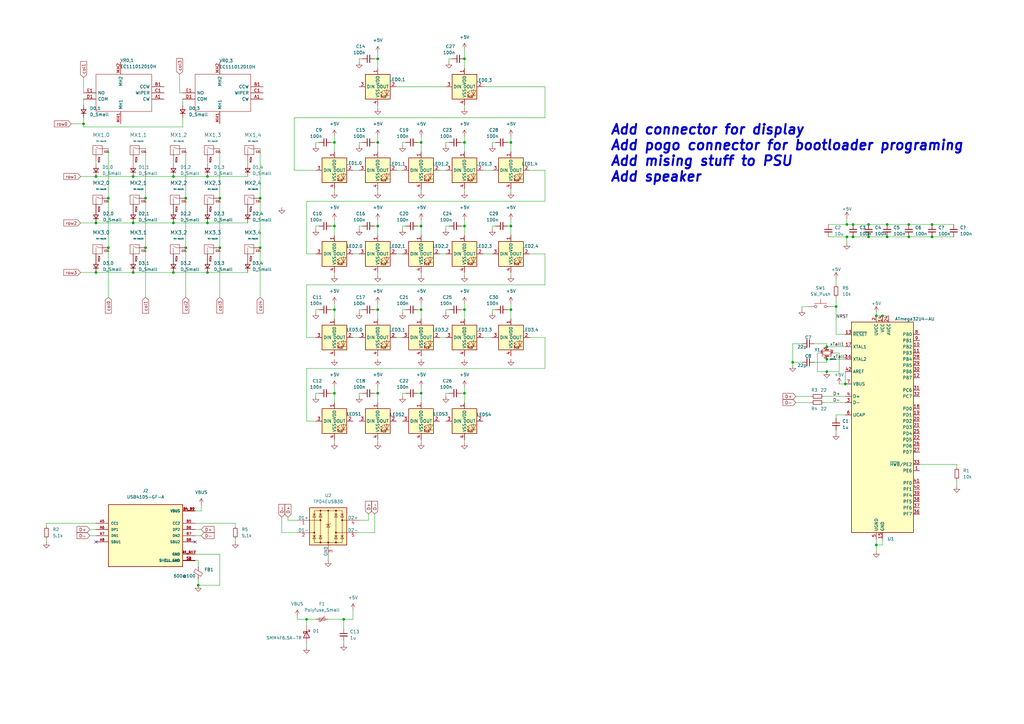
<source format=kicad_sch>
(kicad_sch (version 20211123) (generator eeschema)
  (paper "A3")
  (title_block (title "P9 Macro Pad") (date "2022-08-02") (company "Morza Design"))
  (junction (at 85.09 72.39))
  (junction (at 39.37 111.76))
  (junction (at 342.9 125.73))
  (junction (at 346.71 157.48))
  (junction (at 154.94 127))
  (junction (at 154.94 161.29))
  (junction (at 356.235 92.075))
  (junction (at 359.41 223.52))
  (junction (at 54.61 111.76))
  (junction (at 356.235 97.155))
  (junction (at 363.855 97.155))
  (junction (at 154.94 24.13))
  (junction (at 125.73 254))
  (junction (at 44.45 101.6))
  (junction (at 339.09 142.24))
  (junction (at 349.885 92.075))
  (junction (at 172.72 161.29))
  (junction (at 349.885 97.155))
  (junction (at 137.16 127))
  (junction (at 154.94 92.71))
  (junction (at 382.27 92.075))
  (junction (at 172.72 92.71))
  (junction (at 140.97 254))
  (junction (at 209.55 127))
  (junction (at 106.68 101.6))
  (junction (at 137.16 161.29))
  (junction (at 190.5 127))
  (junction (at 382.27 97.155))
  (junction (at 76.2 81.28))
  (junction (at 54.61 72.39))
  (junction (at 372.745 92.075))
  (junction (at 359.41 129.54))
  (junction (at 137.16 92.71))
  (junction (at 106.68 81.28))
  (junction (at 172.72 127))
  (junction (at 361.95 129.54))
  (junction (at 339.09 152.4))
  (junction (at 90.17 101.6))
  (junction (at 44.45 81.28))
  (junction (at 190.5 58.42))
  (junction (at 39.37 72.39))
  (junction (at 76.2 101.6))
  (junction (at 372.745 97.155))
  (junction (at 209.55 58.42))
  (junction (at 190.5 24.13))
  (junction (at 347.345 97.155))
  (junction (at 71.12 111.76))
  (junction (at 39.37 91.44))
  (junction (at 59.69 81.28))
  (junction (at 71.12 72.39))
  (junction (at 59.69 101.6))
  (junction (at 209.55 92.71))
  (junction (at 347.345 92.075))
  (junction (at 172.72 58.42))
  (junction (at 339.09 147.32))
  (junction (at 85.09 111.76))
  (junction (at 81.28 240.03))
  (junction (at 190.5 92.71))
  (junction (at 54.61 91.44))
  (junction (at 137.16 58.42))
  (junction (at 154.94 58.42))
  (junction (at 90.17 81.28))
  (junction (at 85.09 91.44))
  (junction (at 34.29 50.8))
  (junction (at 190.5 161.29))
  (junction (at 71.12 91.44))
  (junction (at 325.12 148.59))
  (junction (at 363.855 92.075))
  (no_connect (at 39.37 222.25))
  (no_connect (at 80.01 222.25))
  (wire (pts (xy 190.5 127) (xy 190.5 130.81)))
  (wire (pts (xy 121.92 254) (xy 125.73 254)))
  (wire (pts (xy 339.09 147.32) (xy 346.71 147.32)))
  (wire (pts (xy 129.54 161.29) (xy 129.54 162.56)))
  (wire (pts (xy 172.72 158.75) (xy 172.72 161.29)))
  (wire (pts (xy 182.88 161.29) (xy 182.88 162.56)))
  (wire (pts (xy 190.5 111.76) (xy 190.5 113.03)))
  (wire (pts (xy 71.12 72.39) (xy 85.09 72.39)))
  (wire (pts (xy 130.81 161.29) (xy 129.54 161.29)))
  (wire (pts (xy 74.93 52.07) (xy 74.93 48.26)))
  (wire (pts (xy 85.09 66.04) (xy 85.09 67.31)))
  (wire (pts (xy 36.83 217.17) (xy 39.37 217.17)))
  (wire (pts (xy 201.93 92.71) (xy 201.93 93.98)))
  (wire (pts (xy 80.01 214.63) (xy 96.52 214.63)))
  (wire (pts (xy 19.05 214.63) (xy 19.05 215.9)))
  (wire (pts (xy 339.09 148.59) (xy 339.09 147.32)))
  (wire (pts (xy 326.39 165.1) (xy 332.74 165.1)))
  (wire (pts (xy 171.45 58.42) (xy 172.72 58.42)))
  (wire (pts (xy 148.59 161.29) (xy 147.32 161.29)))
  (wire (pts (xy 144.78 250.19) (xy 144.78 254)))
  (wire (pts (xy 118.11 213.36) (xy 121.92 213.36)))
  (wire (pts (xy 356.235 97.155) (xy 356.235 95.885)))
  (wire (pts (xy 190.5 90.17) (xy 190.5 92.71)))
  (wire (pts (xy 162.56 69.85) (xy 165.1 69.85)))
  (wire (pts (xy 90.17 60.96) (xy 90.17 81.28)))
  (wire (pts (xy 347.345 89.535) (xy 347.345 92.075)))
  (wire (pts (xy 361.95 223.52) (xy 359.41 223.52)))
  (wire (pts (xy 372.745 97.155) (xy 382.27 97.155)))
  (wire (pts (xy 144.78 69.85) (xy 147.32 69.85)))
  (wire (pts (xy 76.2 81.28) (xy 76.2 101.6)))
  (wire (pts (xy 39.37 214.63) (xy 19.05 214.63)))
  (wire (pts (xy 342.9 114.3) (xy 342.9 116.84)))
  (wire (pts (xy 203.2 92.71) (xy 201.93 92.71)))
  (wire (pts (xy 54.61 72.39) (xy 71.12 72.39)))
  (wire (pts (xy 137.16 158.75) (xy 137.16 161.29)))
  (wire (pts (xy 335.28 144.78) (xy 335.28 152.4)))
  (wire (pts (xy 331.47 125.73) (xy 328.93 125.73)))
  (wire (pts (xy 190.5 158.75) (xy 190.5 161.29)))
  (wire (pts (xy 81.28 229.87) (xy 81.28 232.41)))
  (wire (pts (xy 349.885 97.155) (xy 356.235 97.155)))
  (wire (pts (xy 359.41 129.54) (xy 361.95 129.54)))
  (wire (pts (xy 208.28 58.42) (xy 209.55 58.42)))
  (wire (pts (xy 134.62 254) (xy 140.97 254)))
  (wire (pts (xy 201.93 58.42) (xy 201.93 59.69)))
  (wire (pts (xy 328.93 148.59) (xy 325.12 148.59)))
  (wire (pts (xy 137.16 58.42) (xy 137.16 62.23)))
  (wire (pts (xy 184.15 58.42) (xy 182.88 58.42)))
  (wire (pts (xy 223.52 138.43) (xy 223.52 151.13)))
  (wire (pts (xy 349.885 92.075) (xy 347.345 92.075)))
  (wire (pts (xy 39.37 91.44) (xy 54.61 91.44)))
  (wire (pts (xy 335.28 152.4) (xy 339.09 152.4)))
  (wire (pts (xy 34.29 52.07) (xy 74.93 52.07)))
  (wire (pts (xy 190.5 20.32) (xy 190.5 24.13)))
  (wire (pts (xy 189.23 161.29) (xy 190.5 161.29)))
  (wire (pts (xy 346.71 152.4) (xy 346.71 157.48)))
  (wire (pts (xy 147.32 213.36) (xy 151.13 213.36)))
  (wire (pts (xy 342.9 125.73) (xy 342.9 121.92)))
  (wire (pts (xy 201.93 127) (xy 201.93 128.27)))
  (wire (pts (xy 342.9 137.16) (xy 342.9 125.73)))
  (wire (pts (xy 90.17 81.28) (xy 90.17 101.6)))
  (wire (pts (xy 184.15 127) (xy 182.88 127)))
  (wire (pts (xy 172.72 55.88) (xy 172.72 58.42)))
  (wire (pts (xy 182.88 58.42) (xy 182.88 59.69)))
  (wire (pts (xy 325.12 148.59) (xy 325.12 149.86)))
  (wire (pts (xy 337.82 165.1) (xy 346.71 165.1)))
  (wire (pts (xy 209.55 77.47) (xy 209.55 78.74)))
  (wire (pts (xy 76.2 101.6) (xy 76.2 121.92)))
  (wire (pts (xy 29.21 50.8) (xy 34.29 50.8)))
  (wire (pts (xy 166.37 161.29) (xy 165.1 161.29)))
  (wire (pts (xy 106.68 60.96) (xy 106.68 81.28)))
  (wire (pts (xy 172.72 127) (xy 172.72 130.81)))
  (wire (pts (xy 80.01 209.55) (xy 82.55 209.55)))
  (wire (pts (xy 208.28 92.71) (xy 209.55 92.71)))
  (wire (pts (xy 80.01 229.87) (xy 81.28 229.87)))
  (wire (pts (xy 129.54 127) (xy 129.54 128.27)))
  (wire (pts (xy 356.235 92.075) (xy 363.855 92.075)))
  (wire (pts (xy 392.43 190.5) (xy 392.43 191.77)))
  (wire (pts (xy 217.17 104.14) (xy 223.52 104.14)))
  (wire (pts (xy 140.97 254) (xy 140.97 257.81)))
  (wire (pts (xy 147.32 58.42) (xy 147.32 59.69)))
  (wire (pts (xy 153.67 92.71) (xy 154.94 92.71)))
  (wire (pts (xy 190.5 55.88) (xy 190.5 58.42)))
  (wire (pts (xy 361.95 129.54) (xy 364.49 129.54)))
  (wire (pts (xy 363.855 97.155) (xy 356.235 97.155)))
  (wire (pts (xy 115.57 212.09) (xy 115.57 218.44)))
  (wire (pts (xy 203.2 58.42) (xy 201.93 58.42)))
  (wire (pts (xy 59.69 101.6) (xy 59.69 121.92)))
  (wire (pts (xy 85.09 72.39) (xy 101.6 72.39)))
  (wire (pts (xy 344.17 144.78) (xy 344.17 152.4)))
  (wire (pts (xy 130.81 127) (xy 129.54 127)))
  (wire (pts (xy 165.1 58.42) (xy 165.1 59.69)))
  (wire (pts (xy 209.55 90.17) (xy 209.55 92.71)))
  (wire (pts (xy 96.52 214.63) (xy 96.52 215.9)))
  (wire (pts (xy 190.5 124.46) (xy 190.5 127)))
  (wire (pts (xy 137.16 111.76) (xy 137.16 113.03)))
  (wire (pts (xy 130.81 92.71) (xy 129.54 92.71)))
  (wire (pts (xy 185.42 24.13) (xy 184.15 24.13)))
  (wire (pts (xy 339.725 92.075) (xy 347.345 92.075)))
  (wire (pts (xy 144.78 254) (xy 140.97 254)))
  (wire (pts (xy 135.89 161.29) (xy 137.16 161.29)))
  (wire (pts (xy 120.65 48.26) (xy 120.65 69.85)))
  (wire (pts (xy 328.93 125.73) (xy 328.93 127)))
  (wire (pts (xy 125.73 116.84) (xy 125.73 138.43)))
  (wire (pts (xy 154.94 55.88) (xy 154.94 58.42)))
  (wire (pts (xy 154.94 127) (xy 154.94 130.81)))
  (wire (pts (xy 153.67 24.13) (xy 154.94 24.13)))
  (wire (pts (xy 180.34 104.14) (xy 182.88 104.14)))
  (wire (pts (xy 349.885 92.075) (xy 356.235 92.075)))
  (wire (pts (xy 339.09 140.97) (xy 339.09 142.24)))
  (wire (pts (xy 96.52 220.98) (xy 96.52 222.25)))
  (wire (pts (xy 347.345 97.155) (xy 347.345 99.695)))
  (wire (pts (xy 148.59 24.13) (xy 147.32 24.13)))
  (wire (pts (xy 154.94 124.46) (xy 154.94 127)))
  (wire (pts (xy 33.02 111.76) (xy 39.37 111.76)))
  (wire (pts (xy 140.97 262.89) (xy 140.97 264.16)))
  (wire (pts (xy 34.29 48.26) (xy 34.29 50.8)))
  (wire (pts (xy 90.17 101.6) (xy 90.17 121.92)))
  (wire (pts (xy 392.43 196.85) (xy 392.43 199.39)))
  (wire (pts (xy 182.88 92.71) (xy 182.88 93.98)))
  (wire (pts (xy 147.32 161.29) (xy 147.32 162.56)))
  (wire (pts (xy 19.05 220.98) (xy 19.05 222.25)))
  (wire (pts (xy 223.52 35.56) (xy 223.52 48.26)))
  (wire (pts (xy 184.15 24.13) (xy 184.15 25.4)))
  (wire (pts (xy 172.72 92.71) (xy 172.72 96.52)))
  (wire (pts (xy 339.09 142.24) (xy 346.71 142.24)))
  (wire (pts (xy 137.16 127) (xy 137.16 130.81)))
  (wire (pts (xy 39.37 66.04) (xy 39.37 67.31)))
  (wire (pts (xy 377.19 190.5) (xy 392.43 190.5)))
  (wire (pts (xy 90.17 227.33) (xy 90.17 240.03)))
  (wire (pts (xy 190.5 24.13) (xy 190.5 27.94)))
  (wire (pts (xy 144.78 104.14) (xy 147.32 104.14)))
  (wire (pts (xy 363.855 97.155) (xy 372.745 97.155)))
  (wire (pts (xy 137.16 90.17) (xy 137.16 92.71)))
  (wire (pts (xy 54.61 91.44) (xy 71.12 91.44)))
  (wire (pts (xy 151.13 213.36) (xy 151.13 210.82)))
  (wire (pts (xy 184.15 92.71) (xy 182.88 92.71)))
  (wire (pts (xy 198.12 69.85) (xy 201.93 69.85)))
  (wire (pts (xy 154.94 158.75) (xy 154.94 161.29)))
  (wire (pts (xy 153.67 58.42) (xy 154.94 58.42)))
  (wire (pts (xy 344.17 157.48) (xy 346.71 157.48)))
  (wire (pts (xy 342.9 170.18) (xy 342.9 171.45)))
  (wire (pts (xy 198.12 138.43) (xy 201.93 138.43)))
  (wire (pts (xy 154.94 161.29) (xy 154.94 165.1)))
  (wire (pts (xy 162.56 104.14) (xy 165.1 104.14)))
  (wire (pts (xy 209.55 58.42) (xy 209.55 62.23)))
  (wire (pts (xy 172.72 90.17) (xy 172.72 92.71)))
  (wire (pts (xy 125.73 254) (xy 129.54 254)))
  (wire (pts (xy 190.5 180.34) (xy 190.5 181.61)))
  (wire (pts (xy 346.71 170.18) (xy 342.9 170.18)))
  (wire (pts (xy 190.5 58.42) (xy 190.5 62.23)))
  (wire (pts (xy 135.89 92.71) (xy 137.16 92.71)))
  (wire (pts (xy 44.45 81.28) (xy 44.45 101.6)))
  (wire (pts (xy 182.88 127) (xy 182.88 128.27)))
  (wire (pts (xy 166.37 127) (xy 165.1 127)))
  (wire (pts (xy 154.94 90.17) (xy 154.94 92.71)))
  (wire (pts (xy 137.16 77.47) (xy 137.16 78.74)))
  (wire (pts (xy 172.72 77.47) (xy 172.72 78.74)))
  (wire (pts (xy 54.61 111.76) (xy 71.12 111.76)))
  (wire (pts (xy 137.16 180.34) (xy 137.16 181.61)))
  (wire (pts (xy 382.27 92.075) (xy 391.16 92.075)))
  (wire (pts (xy 59.69 81.28) (xy 59.69 101.6)))
  (wire (pts (xy 154.94 77.47) (xy 154.94 78.74)))
  (wire (pts (xy 153.67 210.82) (xy 153.67 218.44)))
  (wire (pts (xy 203.2 127) (xy 201.93 127)))
  (wire (pts (xy 223.52 82.55) (xy 125.73 82.55)))
  (wire (pts (xy 125.73 104.14) (xy 129.54 104.14)))
  (wire (pts (xy 372.745 92.075) (xy 382.27 92.075)))
  (wire (pts (xy 153.67 161.29) (xy 154.94 161.29)))
  (wire (pts (xy 76.2 60.96) (xy 76.2 81.28)))
  (wire (pts (xy 154.94 24.13) (xy 154.94 27.94)))
  (wire (pts (xy 154.94 43.18) (xy 154.94 44.45)))
  (wire (pts (xy 85.09 91.44) (xy 101.6 91.44)))
  (wire (pts (xy 172.72 161.29) (xy 172.72 165.1)))
  (wire (pts (xy 71.12 91.44) (xy 85.09 91.44)))
  (wire (pts (xy 154.94 58.42) (xy 154.94 62.23)))
  (wire (pts (xy 71.12 111.76) (xy 85.09 111.76)))
  (wire (pts (xy 39.37 111.76) (xy 54.61 111.76)))
  (wire (pts (xy 106.68 101.6) (xy 106.68 121.92)))
  (wire (pts (xy 336.55 144.78) (xy 335.28 144.78)))
  (wire (pts (xy 223.52 69.85) (xy 223.52 82.55)))
  (wire (pts (xy 189.23 92.71) (xy 190.5 92.71)))
  (wire (pts (xy 361.95 220.98) (xy 361.95 223.52)))
  (wire (pts (xy 33.02 91.44) (xy 39.37 91.44)))
  (wire (pts (xy 144.78 138.43) (xy 147.32 138.43)))
  (wire (pts (xy 73.66 30.48) (xy 73.66 38.1)))
  (wire (pts (xy 71.12 66.04) (xy 71.12 67.31)))
  (wire (pts (xy 81.28 237.49) (xy 81.28 240.03)))
  (wire (pts (xy 54.61 66.04) (xy 54.61 67.31)))
  (wire (pts (xy 153.67 218.44) (xy 147.32 218.44)))
  (wire (pts (xy 33.02 72.39) (xy 39.37 72.39)))
  (wire (pts (xy 147.32 127) (xy 147.32 128.27)))
  (wire (pts (xy 334.01 140.97) (xy 339.09 140.97)))
  (wire (pts (xy 180.34 138.43) (xy 182.88 138.43)))
  (wire (pts (xy 81.28 240.03) (xy 90.17 240.03)))
  (wire (pts (xy 223.52 48.26) (xy 120.65 48.26)))
  (wire (pts (xy 346.71 137.16) (xy 342.9 137.16)))
  (wire (pts (xy 34.29 52.07) (xy 34.29 50.8)))
  (wire (pts (xy 217.17 69.85) (xy 223.52 69.85)))
  (wire (pts (xy 171.45 161.29) (xy 172.72 161.29)))
  (wire (pts (xy 135.89 127) (xy 137.16 127)))
  (wire (pts (xy 172.72 124.46) (xy 172.72 127)))
  (wire (pts (xy 209.55 124.46) (xy 209.55 127)))
  (wire (pts (xy 180.34 69.85) (xy 182.88 69.85)))
  (wire (pts (xy 325.12 140.97) (xy 325.12 148.59)))
  (wire (pts (xy 198.12 35.56) (xy 223.52 35.56)))
  (wire (pts (xy 74.93 43.18) (xy 74.93 40.64)))
  (wire (pts (xy 171.45 92.71) (xy 172.72 92.71)))
  (wire (pts (xy 148.59 127) (xy 147.32 127)))
  (wire (pts (xy 121.92 252.73) (xy 121.92 254)))
  (wire (pts (xy 120.65 69.85) (xy 129.54 69.85)))
  (wire (pts (xy 217.17 138.43) (xy 223.52 138.43)))
  (wire (pts (xy 328.93 140.97) (xy 325.12 140.97)))
  (wire (pts (xy 34.29 31.75) (xy 34.29 38.1)))
  (wire (pts (xy 44.45 60.96) (xy 44.45 81.28)))
  (wire (pts (xy 85.09 111.76) (xy 101.6 111.76)))
  (wire (pts (xy 189.23 127) (xy 190.5 127)))
  (wire (pts (xy 190.5 43.18) (xy 190.5 44.45)))
  (wire (pts (xy 118.11 212.09) (xy 118.11 213.36)))
  (wire (pts (xy 172.72 111.76) (xy 172.72 113.03)))
  (wire (pts (xy 106.68 81.28) (xy 106.68 101.6)))
  (wire (pts (xy 209.55 92.71) (xy 209.55 96.52)))
  (wire (pts (xy 154.94 111.76) (xy 154.94 113.03)))
  (wire (pts (xy 154.94 92.71) (xy 154.94 96.52)))
  (wire (pts (xy 154.94 180.34) (xy 154.94 181.61)))
  (wire (pts (xy 166.37 92.71) (xy 165.1 92.71)))
  (wire (pts (xy 101.6 66.04) (xy 101.6 67.31)))
  (wire (pts (xy 344.17 152.4) (xy 339.09 152.4)))
  (wire (pts (xy 359.41 223.52) (xy 359.41 226.06)))
  (wire (pts (xy 59.69 60.96) (xy 59.69 81.28)))
  (wire (pts (xy 190.5 161.29) (xy 190.5 165.1)))
  (wire (pts (xy 137.16 124.46) (xy 137.16 127)))
  (wire (pts (xy 165.1 127) (xy 165.1 128.27)))
  (wire (pts (xy 209.55 127) (xy 209.55 130.81)))
  (wire (pts (xy 135.89 58.42) (xy 137.16 58.42)))
  (wire (pts (xy 129.54 58.42) (xy 129.54 59.69)))
  (wire (pts (xy 125.73 82.55) (xy 125.73 104.14)))
  (wire (pts (xy 115.57 218.44) (xy 121.92 218.44)))
  (wire (pts (xy 208.28 127) (xy 209.55 127)))
  (wire (pts (xy 223.52 104.14) (xy 223.52 116.84)))
  (wire (pts (xy 339.725 97.155) (xy 347.345 97.155)))
  (wire (pts (xy 209.55 55.88) (xy 209.55 58.42)))
  (wire (pts (xy 73.66 38.1) (xy 74.93 38.1)))
  (wire (pts (xy 359.41 128.27) (xy 359.41 129.54)))
  (wire (pts (xy 39.37 72.39) (xy 54.61 72.39)))
  (wire (pts (xy 147.32 92.71) (xy 147.32 93.98)))
  (wire (pts (xy 326.39 162.56) (xy 332.74 162.56)))
  (wire (pts (xy 165.1 161.29) (xy 165.1 162.56)))
  (wire (pts (xy 198.12 104.14) (xy 201.93 104.14)))
  (wire (pts (xy 82.55 209.55) (xy 82.55 207.01)))
  (wire (pts (xy 36.83 219.71) (xy 39.37 219.71)))
  (wire (pts (xy 134.62 228.6) (xy 134.62 229.87)))
  (wire (pts (xy 125.73 138.43) (xy 129.54 138.43)))
  (wire (pts (xy 154.94 21.59) (xy 154.94 24.13)))
  (wire (pts (xy 172.72 58.42) (xy 172.72 62.23)))
  (wire (pts (xy 341.63 125.73) (xy 342.9 125.73)))
  (wire (pts (xy 342.9 176.53) (xy 342.9 177.8)))
  (wire (pts (xy 166.37 58.42) (xy 165.1 58.42)))
  (wire (pts (xy 363.855 92.075) (xy 372.745 92.075)))
  (wire (pts (xy 44.45 101.6) (xy 44.45 121.92)))
  (wire (pts (xy 337.82 162.56) (xy 346.71 162.56)))
  (wire (pts (xy 209.55 111.76) (xy 209.55 113.03)))
  (wire (pts (xy 223.52 151.13) (xy 125.73 151.13)))
  (wire (pts (xy 165.1 92.71) (xy 165.1 93.98)))
  (wire (pts (xy 382.27 97.155) (xy 391.16 97.155)))
  (wire (pts (xy 125.73 151.13) (xy 125.73 172.72)))
  (wire (pts (xy 162.56 35.56) (xy 182.88 35.56)))
  (wire (pts (xy 80.01 217.17) (xy 82.55 217.17)))
  (wire (pts (xy 125.73 172.72) (xy 129.54 172.72)))
  (wire (pts (xy 359.41 220.98) (xy 359.41 223.52)))
  (wire (pts (xy 223.52 116.84) (xy 125.73 116.84)))
  (wire (pts (xy 148.59 92.71) (xy 147.32 92.71)))
  (wire (pts (xy 171.45 127) (xy 172.72 127)))
  (wire (pts (xy 341.63 144.78) (xy 344.17 144.78)))
  (wire (pts (xy 172.72 180.34) (xy 172.72 181.61)))
  (wire (pts (xy 125.73 254) (xy 125.73 256.54)))
  (wire (pts (xy 34.29 43.18) (xy 34.29 40.64)))
  (wire (pts (xy 125.73 264.16) (xy 125.73 265.43)))
  (wire (pts (xy 148.59 58.42) (xy 147.32 58.42)))
  (wire (pts (xy 137.16 92.71) (xy 137.16 96.52)))
  (wire (pts (xy 129.54 92.71) (xy 129.54 93.98)))
  (wire (pts (xy 153.67 127) (xy 154.94 127)))
  (wire (pts (xy 80.01 227.33) (xy 90.17 227.33)))
  (wire (pts (xy 137.16 161.29) (xy 137.16 165.1)))
  (wire (pts (xy 349.885 97.155) (xy 347.345 97.155)))
  (wire (pts (xy 184.15 161.29) (xy 182.88 161.29)))
  (wire (pts (xy 189.23 58.42) (xy 190.5 58.42)))
  (wire (pts (xy 147.32 24.13) (xy 147.32 25.4)))
  (wire (pts (xy 130.81 58.42) (xy 129.54 58.42)))
  (wire (pts (xy 190.5 92.71) (xy 190.5 96.52)))
  (wire (pts (xy 137.16 55.88) (xy 137.16 58.42)))
  (wire (pts (xy 162.56 138.43) (xy 165.1 138.43)))
  (wire (pts (xy 80.01 219.71) (xy 82.55 219.71)))
  (wire (pts (xy 334.01 148.59) (xy 339.09 148.59)))
  (wire (pts (xy 190.5 77.47) (xy 190.5 78.74)))
  (text "Add connector for display\nAdd pogo connector for bootloader programing\nAdd mising stuff to PSU\nAdd speaker" (at 250.19 74.93 0) (effects (font (size 4 4) (thickness 0.8) bold italic) (justify left bottom)))
  (label "D-" (at 341.63 165.1 0))
  (label "NRST" (at 342.9 130.81 0))
  (label "xTall1" (at 340.36 142.24 0))
  (label "D+" (at 341.63 162.56 0))
  (label "xTall2" (at 341.63 147.32 0))
  (global_label "row0" (shape input) (at 29.21 50.8 180) (property "Intersheet References" "${INTERSHEET_REFS}" (effects hide)))
  (global_label "D-" (shape input) (at 326.39 165.1 180) (property "Intersheet References" "${INTERSHEET_REFS}" (effects hide)))
  (global_label "col0" (shape input) (at 44.45 121.92 270) (property "Intersheet References" "${INTERSHEET_REFS}" (effects hide)))
  (global_label "col4" (shape input) (at 106.68 121.92 270) (property "Intersheet References" "${INTERSHEET_REFS}" (effects hide)))
  (global_label "D-" (shape input) (at 115.57 212.09 90) (property "Intersheet References" "${INTERSHEET_REFS}" (effects hide)))
  (global_label "col1" (shape input) (at 34.29 31.75 90) (property "Intersheet References" "${INTERSHEET_REFS}" (effects hide)))
  (global_label "D+" (shape input) (at 36.83 217.17 180) (property "Intersheet References" "${INTERSHEET_REFS}" (effects hide)))
  (global_label "row1" (shape input) (at 33.02 72.39 180) (property "Intersheet References" "${INTERSHEET_REFS}" (effects hide)))
  (global_label "col3" (shape input) (at 73.66 30.48 90) (property "Intersheet References" "${INTERSHEET_REFS}" (effects hide)))
  (global_label "D-" (shape input) (at 82.55 219.71 0) (property "Intersheet References" "${INTERSHEET_REFS}" (effects hide)))
  (global_label "D-" (shape input) (at 153.67 210.82 90) (property "Intersheet References" "${INTERSHEET_REFS}" (effects hide)))
  (global_label "row2" (shape input) (at 33.02 91.44 180) (property "Intersheet References" "${INTERSHEET_REFS}" (effects hide)))
  (global_label "D+" (shape input) (at 151.13 210.82 90) (property "Intersheet References" "${INTERSHEET_REFS}" (effects hide)))
  (global_label "row3" (shape input) (at 33.02 111.76 180) (property "Intersheet References" "${INTERSHEET_REFS}" (effects hide)))
  (global_label "D+" (shape input) (at 82.55 217.17 0) (property "Intersheet References" "${INTERSHEET_REFS}" (effects hide)))
  (global_label "col2" (shape input) (at 76.2 121.92 270) (property "Intersheet References" "${INTERSHEET_REFS}" (effects hide)))
  (global_label "D-" (shape input) (at 36.83 219.71 180) (property "Intersheet References" "${INTERSHEET_REFS}" (effects hide)))
  (global_label "col3" (shape input) (at 90.17 121.92 270) (property "Intersheet References" "${INTERSHEET_REFS}" (effects hide)))
  (global_label "D+" (shape input) (at 326.39 162.56 180) (property "Intersheet References" "${INTERSHEET_REFS}" (effects hide)))
  (global_label "col1" (shape input) (at 59.69 121.92 270) (property "Intersheet References" "${INTERSHEET_REFS}" (effects hide)))
  (global_label "D+" (shape input) (at 118.11 212.09 90) (property "Intersheet References" "${INTERSHEET_REFS}" (effects hide)))
  (symbol (lib_id "USB4105-GF-A:USB4105-GF-A") (at 59.69 219.71 0) (unit 1)
    (property "Reference" "J2" (at 59.69 201.295 0))
    (property "Value" "USB4105-GF-A" (at 59.69 203.835 0))
    (property "Footprint" "USB4105-GF-A:GCT_USB4105-GF-A" (effects hide))
    (property "MANUFACTURER" "GCT" (effects hide))
    (property "STANDARD" "Manufacturer Recommendations" (effects hide))
    (property "MAXIMUM_PACKAGE_HEIGHT" "3.31 mm" (effects hide))
    (property "PARTREV" "A3" (effects hide))
  )
  (symbol (lib_id "MX_Alps_Hybrid:MX-NoLED") (at 86.36 82.55 0) (unit 1)
    (property "Reference" "MX2,3" (at 87.2456 75.057 0) (effects (font (size 1.524 1.524))))
    (property "Value" "MX-NoLED" (at 87.2456 77.597 0) (effects (font (size 0.508 0.508))))
    (property "Footprint" "MX_Only:MXOnly-1U-Hotswap-Antishear" (effects hide))
  )
  (symbol (lib_id "power:+5V") (at 190.5 20.32 0) (unit 1)
    (property "Reference" "#PWR0123" (effects hide))
    (property "Value" "+5V" (at 190.5 15.24 0))
  )
  (symbol (lib_id "marbastlib-mx:MX_SK6812MINI-E") (at 172.72 172.72 0) (unit 1)
    (property "Reference" "LEDS3" (at 180.721 169.799 0))
    (property "Value" "MX_SK6812MINI-E" (effects hide))
    (property "Footprint" "marbastlib-mx:LED_MX_6028R" (effects hide))
  )
  (symbol (lib_id "SamacSys_Parts:EC111012010H") (at 49.53 50.8 90) (unit 1)
    (property "Reference" "VR0,1" (at 49.3013 24.765 90) (effects (justify right)))
    (property "Value" "EC111012010H" (at 49.3013 27.305 90) (effects (justify right)))
    (property "Footprint" "SamacSys_Parts:EC111012010H" (effects hide))
    (property "Datasheet" "https://tech.alpsalpine.com/prod/e/html/encoder/incremental/ec11/ec111012010h.html" (effects hide))
    (property "Description" "Electromechanical Switch Self-Return Switch 0.01A 5VDC - Trays 11mm Size Metal Shaft Type EC11 Series" (effects hide))
    (property "Height" "25" (effects hide))
    (property "Mouser Part Number" "688-EC111012010H" (effects hide))
    (property "Mouser Price/Stock" "https://www.mouser.co.uk/ProductDetail/Alps-Alpine/EC111012010H?qs=YMSFtX0bdJDrbcKzFtERqA%3D%3D" (effects hide))
    (property "Manufacturer_Name" "ALPS Electric" (effects hide))
    (property "Manufacturer_Part_Number" "EC111012010H" (effects hide))
  )
  (symbol (lib_id "power:GND") (at 328.93 127 0) (unit 1)
    (property "Reference" "#PWR0110" (effects hide))
    (property "Value" "GND" (effects hide))
  )
  (symbol (lib_id "power:+5V") (at 137.16 90.17 0) (unit 1)
    (property "Reference" "#PWR0132" (effects hide))
    (property "Value" "+5V" (at 137.16 85.09 0))
  )
  (symbol (lib_id "Device:C_Small") (at 363.855 94.615 0) (unit 1)
    (property "Reference" "C5" (at 366.395 93.3512 0) (effects (justify left)))
    (property "Value" "100n" (at 366.395 95.8912 0) (effects (justify left)))
    (property "Footprint" "Capacitor_SMD:C_0805_2012Metric_Pad1.18x1.45mm_HandSolder" (effects hide))
  )
  (symbol (lib_id "Device:D_Small") (at 39.37 88.9 90) (unit 1)
    (property "Reference" "D2,0" (at 42.164 87.6299 90) (effects (justify right)))
    (property "Value" "D_Small" (at 42.164 90.1699 90) (effects (justify right)))
    (property "Footprint" "Diode_SMD:D_SOD-123" (effects hide))
  )
  (symbol (lib_id "power:GND") (at 325.12 149.86 0) (unit 1)
    (property "Reference" "#PWR0107" (effects hide))
    (property "Value" "GND" (effects hide))
  )
  (symbol (lib_id "power:GND") (at 165.1 59.69 0) (unit 1)
    (property "Reference" "#PWR0119" (effects hide))
    (property "Value" "GND" (effects hide))
  )
  (symbol (lib_id "power:GND") (at 342.9 177.8 0) (unit 1)
    (property "Reference" "#PWR0102" (effects hide))
    (property "Value" "GND" (effects hide))
  )
  (symbol (lib_id "Device:C_Small") (at 151.13 92.71 90) (unit 1)
    (property "Reference" "C16" (at 149.86 87.63 90) (effects (justify left)))
    (property "Value" "100n" (at 149.86 90.17 90) (effects (justify left)))
    (property "Footprint" "Capacitor_SMD:C_0805_2012Metric_Pad1.18x1.45mm_HandSolder" (effects hide))
  )
  (symbol (lib_id "power:GND") (at 19.05 222.25 0) (unit 1)
    (property "Reference" "#PWR0111" (effects hide))
    (property "Value" "GND" (effects hide))
  )
  (symbol (lib_id "power:GND") (at 190.5 147.32 0) (unit 1)
    (property "Reference" "#PWR0174" (effects hide))
    (property "Value" "GND" (effects hide))
  )
  (symbol (lib_id "Device:C_Small") (at 133.35 58.42 90) (unit 1)
    (property "Reference" "C9" (at 132.08 53.34 90) (effects (justify left)))
    (property "Value" "100n" (at 132.08 55.88 90) (effects (justify left)))
    (property "Footprint" "Capacitor_SMD:C_0805_2012Metric_Pad1.18x1.45mm_HandSolder" (effects hide))
  )
  (symbol (lib_id "Device:C_Small") (at 356.235 94.615 0) (unit 1)
    (property "Reference" "C4" (at 358.775 93.3512 0) (effects (justify left)))
    (property "Value" "100n" (at 358.775 95.8912 0) (effects (justify left)))
    (property "Footprint" "Capacitor_SMD:C_0805_2012Metric_Pad1.18x1.45mm_HandSolder" (effects hide))
  )
  (symbol (lib_id "power:GND") (at 154.94 113.03 0) (unit 1)
    (property "Reference" "#PWR0134" (effects hide))
    (property "Value" "GND" (effects hide))
  )
  (symbol (lib_id "power:+5V") (at 190.5 158.75 0) (unit 1)
    (property "Reference" "#PWR0166" (effects hide))
    (property "Value" "+5V" (at 190.5 153.67 0))
  )
  (symbol (lib_id "MX_Alps_Hybrid:MX-NoLED") (at 86.36 62.23 0) (unit 1)
    (property "Reference" "MX1,3" (at 87.2456 55.372 0) (effects (font (size 1.524 1.524))))
    (property "Value" "MX-NoLED" (at 87.2456 57.912 0) (effects (font (size 0.508 0.508))))
    (property "Footprint" "MX_Only:MXOnly-1U-Hotswap-Antishear" (effects hide))
  )
  (symbol (lib_id "Device:R_Small") (at 335.28 162.56 90) (unit 1)
    (property "Reference" "R3" (at 334.01 160.02 90))
    (property "Value" "22" (at 337.82 160.02 90))
    (property "Footprint" "Resistor_SMD:R_0805_2012Metric_Pad1.20x1.40mm_HandSolder" (effects hide))
  )
  (symbol (lib_id "Device:C_Small") (at 349.885 94.615 0) (unit 1)
    (property "Reference" "C3" (at 352.425 93.3512 0) (effects (justify left)))
    (property "Value" "100n" (at 352.425 95.8912 0) (effects (justify left)))
    (property "Footprint" "Capacitor_SMD:C_0805_2012Metric_Pad1.18x1.45mm_HandSolder" (effects hide))
  )
  (symbol (lib_id "Device:R_Small") (at 392.43 194.31 0) (unit 1)
    (property "Reference" "R1" (at 394.97 193.0399 0) (effects (justify left)))
    (property "Value" "10k" (at 394.97 195.5799 0) (effects (justify left)))
    (property "Footprint" "Resistor_SMD:R_0805_2012Metric_Pad1.20x1.40mm_HandSolder" (effects hide))
  )
  (symbol (lib_id "marbastlib-mx:MX_SK6812MINI-E") (at 154.94 35.56 0) (unit 1)
    (property "Reference" "LED0,1" (at 162.941 32.639 0))
    (property "Value" "MX_SK6812MINI-E" (effects hide))
    (property "Footprint" "marbastlib-mx:LED_MX_6028R" (effects hide))
  )
  (symbol (lib_id "power:GND") (at 172.72 78.74 0) (unit 1)
    (property "Reference" "#PWR0128" (effects hide))
    (property "Value" "GND" (effects hide))
  )
  (symbol (lib_id "Device:R_Small") (at 96.52 218.44 0) (unit 1)
    (property "Reference" "R5" (at 99.06 217.1699 0) (effects (justify left)))
    (property "Value" "5.1k" (at 99.06 219.7099 0) (effects (justify left)))
    (property "Footprint" "Resistor_SMD:R_0805_2012Metric_Pad1.20x1.40mm_HandSolder" (effects hide))
  )
  (symbol (lib_id "power:GND") (at 165.1 128.27 0) (unit 1)
    (property "Reference" "#PWR0176" (effects hide))
    (property "Value" "GND" (effects hide))
  )
  (symbol (lib_id "power:GND") (at 137.16 78.74 0) (unit 1)
    (property "Reference" "#PWR0131" (effects hide))
    (property "Value" "GND" (effects hide))
  )
  (symbol (lib_id "MX_Alps_Hybrid:MX-NoLED") (at 40.64 62.23 0) (unit 1)
    (property "Reference" "MX1,0" (at 41.5256 55.372 0) (effects (font (size 1.524 1.524))))
    (property "Value" "MX-NoLED" (at 41.5256 57.912 0) (effects (font (size 0.508 0.508))))
    (property "Footprint" "MX_Only:MXOnly-1U-Hotswap-Antishear" (effects hide))
  )
  (symbol (lib_id "power:+5V") (at 342.9 114.3 0) (unit 1)
    (property "Reference" "#PWR0109" (effects hide))
    (property "Value" "+5V" (at 342.9 110.49 0))
  )
  (symbol (lib_id "Device:C_Small") (at 168.91 92.71 90) (unit 1)
    (property "Reference" "C20" (at 167.64 87.63 90) (effects (justify left)))
    (property "Value" "100n" (at 167.64 90.17 90) (effects (justify left)))
    (property "Footprint" "Capacitor_SMD:C_0805_2012Metric_Pad1.18x1.45mm_HandSolder" (effects hide))
  )
  (symbol (lib_id "marbastlib-mx:MX_SK6812MINI-E") (at 190.5 104.14 0) (unit 1)
    (property "Reference" "LED2,3" (at 198.501 100.965 0))
    (property "Value" "MX_SK6812MINI-E" (effects hide))
    (property "Footprint" "marbastlib-mx:LED_MX_6028R" (effects hide))
  )
  (symbol (lib_id "power:+5V") (at 209.55 55.88 0) (unit 1)
    (property "Reference" "#PWR0145" (effects hide))
    (property "Value" "+5V" (at 209.55 50.8 0))
  )
  (symbol (lib_id "marbastlib-mx:MX_SK6812MINI-E") (at 172.72 69.85 0) (unit 1)
    (property "Reference" "LED1,2" (at 180.721 67.183 0))
    (property "Value" "MX_SK6812MINI-E" (effects hide))
    (property "Footprint" "marbastlib-mx:LED_MX_6028R" (effects hide))
  )
  (symbol (lib_id "marbastlib-mx:MX_SK6812MINI-E") (at 154.94 138.43 0) (unit 1)
    (property "Reference" "LED3,1" (at 162.941 135.255 0))
    (property "Value" "MX_SK6812MINI-E" (effects hide))
    (property "Footprint" "marbastlib-mx:LED_MX_6028R" (effects hide))
  )
  (symbol (lib_id "power:GND") (at 190.5 44.45 0) (unit 1)
    (property "Reference" "#PWR0122" (effects hide))
    (property "Value" "GND" (effects hide))
  )
  (symbol (lib_id "power:GND") (at 137.16 181.61 0) (unit 1)
    (property "Reference" "#PWR0171" (effects hide))
    (property "Value" "GND" (effects hide))
  )
  (symbol (lib_id "Power_Protection:TPD4EUSB30") (at 134.62 215.9 0) (unit 1)
    (property "Reference" "U2" (at 134.62 203.2 0))
    (property "Value" "TPD4EUSB30" (at 134.62 205.74 0))
    (property "Footprint" "Package_SON:USON-10_2.5x1.0mm_P0.5mm" (effects hide))
    (property "Datasheet" "http://www.ti.com/lit/ds/symlink/tpd2eusb30a.pdf" (effects hide))
  )
  (symbol (lib_id "Device:D_Small") (at 71.12 88.9 90) (unit 1)
    (property "Reference" "D2,2" (at 73.914 87.6299 90) (effects (justify right)))
    (property "Value" "D_Small" (at 73.914 90.1699 90) (effects (justify right)))
    (property "Footprint" "Diode_SMD:D_SOD-123" (effects hide))
  )
  (symbol (lib_id "marbastlib-mx:MX_SK6812MINI-E") (at 209.55 138.43 0) (unit 1)
    (property "Reference" "LED3,4" (at 217.551 135.255 0))
    (property "Value" "MX_SK6812MINI-E" (effects hide))
    (property "Footprint" "marbastlib-mx:LED_MX_6028R" (effects hide))
  )
  (symbol (lib_id "Device:D_Small") (at 71.12 109.22 90) (unit 1)
    (property "Reference" "D3.2" (at 73.914 107.9499 90) (effects (justify right)))
    (property "Value" "D_Small" (at 73.914 110.4899 90) (effects (justify right)))
    (property "Footprint" "Diode_SMD:D_SOD-123" (effects hide))
  )
  (symbol (lib_id "Device:D_Small") (at 85.09 109.22 90) (unit 1)
    (property "Reference" "D3,3" (at 87.63 107.9499 90) (effects (justify right)))
    (property "Value" "D_Small" (at 87.63 110.4899 90) (effects (justify right)))
    (property "Footprint" "Diode_SMD:D_SOD-123" (effects hide))
  )
  (symbol (lib_id "power:+5V") (at 154.94 124.46 0) (unit 1)
    (property "Reference" "#PWR0148" (effects hide))
    (property "Value" "+5V" (at 154.94 119.38 0))
  )
  (symbol (lib_id "power:GND") (at 172.72 113.03 0) (unit 1)
    (property "Reference" "#PWR0126" (effects hide))
    (property "Value" "GND" (effects hide))
  )
  (symbol (lib_id "power:+5V") (at 154.94 21.59 0) (unit 1)
    (property "Reference" "#PWR09" (effects hide))
    (property "Value" "+5V" (at 154.94 16.51 0))
  )
  (symbol (lib_id "power:GND") (at 96.52 222.25 0) (unit 1)
    (property "Reference" "#PWR0112" (effects hide))
    (property "Value" "GND" (effects hide))
  )
  (symbol (lib_id "power:GND") (at 182.88 128.27 0) (unit 1)
    (property "Reference" "#PWR0154" (effects hide))
    (property "Value" "GND" (effects hide))
  )
  (symbol (lib_id "power:GND") (at 172.72 181.61 0) (unit 1)
    (property "Reference" "#PWR0168" (effects hide))
    (property "Value" "GND" (effects hide))
  )
  (symbol (lib_id "Device:C_Small") (at 205.74 127 90) (unit 1)
    (property "Reference" "C30" (at 204.47 121.92 90) (effects (justify left)))
    (property "Value" "100n" (at 204.47 124.46 90) (effects (justify left)))
    (property "Footprint" "Capacitor_SMD:C_0805_2012Metric_Pad1.18x1.45mm_HandSolder" (effects hide))
  )
  (symbol (lib_id "power:GND") (at 140.97 264.16 0) (unit 1)
    (property "Reference" "#PWR0159" (effects hide))
    (property "Value" "GND" (effects hide))
  )
  (symbol (lib_id "marbastlib-mx:MX_SK6812MINI-E") (at 209.55 69.85 0) (unit 1)
    (property "Reference" "LED1,4" (at 217.297 67.183 0))
    (property "Value" "MX_SK6812MINI-E" (effects hide))
    (property "Footprint" "marbastlib-mx:LED_MX_6028R" (effects hide))
  )
  (symbol (lib_id "power:+5V") (at 209.55 90.17 0) (unit 1)
    (property "Reference" "#PWR0139" (effects hide))
    (property "Value" "+5V" (at 209.55 85.09 0))
  )
  (symbol (lib_id "power:GND") (at 81.28 240.03 0) (unit 1)
    (property "Reference" "#PWR0164" (effects hide))
    (property "Value" "GND" (effects hide))
  )
  (symbol (lib_id "Device:Polyfuse_Small") (at 132.08 254 270) (unit 1)
    (property "Reference" "F1" (at 132.08 247.65 90))
    (property "Value" "Polyfuse_Small" (at 132.08 250.19 90))
    (property "Footprint" "0ZCJ0050AF2E:RESC3216X125N" (effects hide))
  )
  (symbol (lib_id "power:GND") (at 201.93 93.98 0) (unit 1)
    (property "Reference" "#PWR0141" (effects hide))
    (property "Value" "GND" (effects hide))
  )
  (symbol (lib_id "power:GND") (at 129.54 93.98 0) (unit 1)
    (property "Reference" "#PWR0130" (effects hide))
    (property "Value" "GND" (effects hide))
  )
  (symbol (lib_id "Device:C_Small") (at 187.96 24.13 90) (unit 1)
    (property "Reference" "C27" (at 186.69 19.05 90) (effects (justify left)))
    (property "Value" "100n" (at 186.69 21.59 90) (effects (justify left)))
    (property "Footprint" "Capacitor_SMD:C_0805_2012Metric_Pad1.18x1.45mm_HandSolder" (effects hide))
  )
  (symbol (lib_id "Device:C_Small") (at 382.27 94.615 0) (unit 1)
    (property "Reference" "C?" (at 384.81 93.3512 0) (effects (justify left)))
    (property "Value" "100n" (at 384.81 95.8912 0) (effects (justify left)))
    (property "Footprint" "Capacitor_SMD:C_0805_2012Metric_Pad1.18x1.45mm_HandSolder" (effects hide))
  )
  (symbol (lib_id "Device:C_Small") (at 151.13 161.29 90) (unit 1)
    (property "Reference" "C18" (at 149.86 156.21 90) (effects (justify left)))
    (property "Value" "100n" (at 149.86 158.75 90) (effects (justify left)))
    (property "Footprint" "Capacitor_SMD:C_0805_2012Metric_Pad1.18x1.45mm_HandSolder" (effects hide))
  )
  (symbol (lib_id "Device:C_Small") (at 372.745 94.615 0) (unit 1)
    (property "Reference" "C6" (at 375.285 93.3512 0) (effects (justify left)))
    (property "Value" "100n" (at 375.285 95.8912 0) (effects (justify left)))
    (property "Footprint" "Capacitor_SMD:C_0805_2012Metric_Pad1.18x1.45mm_HandSolder" (effects hide))
  )
  (symbol (lib_id "power:VBUS") (at 121.92 252.73 0) (unit 1)
    (property "Reference" "#PWR0161" (effects hide))
    (property "Value" "VBUS" (at 121.92 247.65 0))
  )
  (symbol (lib_id "Device:R_Small") (at 335.28 165.1 90) (unit 1)
    (property "Reference" "R4" (at 334.01 167.64 90))
    (property "Value" "22" (at 337.82 167.64 90))
    (property "Footprint" "Resistor_SMD:R_0805_2012Metric_Pad1.20x1.40mm_HandSolder" (effects hide))
  )
  (symbol (lib_id "Device:C_Small") (at 186.69 127 90) (unit 1)
    (property "Reference" "C25" (at 185.42 121.92 90) (effects (justify left)))
    (property "Value" "100n" (at 185.42 124.46 90) (effects (justify left)))
    (property "Footprint" "Capacitor_SMD:C_0805_2012Metric_Pad1.18x1.45mm_HandSolder" (effects hide))
  )
  (symbol (lib_id "power:GND") (at 190.5 78.74 0) (unit 1)
    (property "Reference" "#PWR0140" (effects hide))
    (property "Value" "GND" (effects hide))
  )
  (symbol (lib_id "Device:C_Small") (at 168.91 127 90) (unit 1)
    (property "Reference" "C21" (at 167.64 121.92 90) (effects (justify left)))
    (property "Value" "100n" (at 167.64 124.46 90) (effects (justify left)))
    (property "Footprint" "Capacitor_SMD:C_0805_2012Metric_Pad1.18x1.45mm_HandSolder" (effects hide))
  )
  (symbol (lib_id "power:GND") (at 154.94 147.32 0) (unit 1)
    (property "Reference" "#PWR0152" (effects hide))
    (property "Value" "GND" (effects hide))
  )
  (symbol (lib_id "power:GND") (at 147.32 128.27 0) (unit 1)
    (property "Reference" "#PWR0147" (effects hide))
    (property "Value" "GND" (effects hide))
  )
  (symbol (lib_id "Device:C_Small") (at 133.35 161.29 90) (unit 1)
    (property "Reference" "C12" (at 132.08 156.21 90) (effects (justify left)))
    (property "Value" "100n" (at 132.08 158.75 90) (effects (justify left)))
    (property "Footprint" "Capacitor_SMD:C_0805_2012Metric_Pad1.18x1.45mm_HandSolder" (effects hide))
  )
  (symbol (lib_id "MX_Alps_Hybrid:MX-NoLED") (at 72.39 102.87 0) (unit 1)
    (property "Reference" "MX3,2" (at 73.2756 95.377 0) (effects (font (size 1.524 1.524))))
    (property "Value" "MX-NoLED" (at 73.2756 97.917 0) (effects (font (size 0.508 0.508))))
    (property "Footprint" "MX_Only:MXOnly-1U-Hotswap-Antishear" (effects hide))
  )
  (symbol (lib_id "power:GND") (at 125.73 265.43 0) (unit 1)
    (property "Reference" "#PWR0162" (effects hide))
    (property "Value" "GND" (effects hide))
  )
  (symbol (lib_id "Device:D_Small") (at 54.61 88.9 90) (unit 1)
    (property "Reference" "D2,1" (at 56.769 87.6299 90) (effects (justify right)))
    (property "Value" "D_Small" (at 56.769 90.1699 90) (effects (justify right)))
    (property "Footprint" "Diode_SMD:D_SOD-123" (effects hide))
  )
  (symbol (lib_id "Device:C_Small") (at 186.69 161.29 90) (unit 1)
    (property "Reference" "C26" (at 185.42 156.21 90) (effects (justify left)))
    (property "Value" "100n" (at 185.42 158.75 90) (effects (justify left)))
    (property "Footprint" "Capacitor_SMD:C_0805_2012Metric_Pad1.18x1.45mm_HandSolder" (effects hide))
  )
  (symbol (lib_id "Switch:SW_Push") (at 336.55 125.73 0) (unit 1)
    (property "Reference" "SW1" (at 336.55 118.11 0))
    (property "Value" "SW_Push" (at 336.55 120.65 0))
    (property "Footprint" "PTS525SM15SMTR2LFS:SW_PTS525SM15SMTR2LFS" (effects hide))
  )
  (symbol (lib_id "MCU_Microchip_ATmega:ATmega32U4-A") (at 361.95 175.26 0) (unit 1)
    (property "Reference" "U1" (at 363.9694 220.98 0) (effects (justify left)))
    (property "Value" "ATmega32U4-AU" (at 367.03 130.81 0) (effects (justify left)))
    (property "Footprint" "Package_QFP:TQFP-44_10x10mm_P0.8mm" (effects hide))
    (property "Datasheet" "http://ww1.microchip.com/downloads/en/DeviceDoc/Atmel-7766-8-bit-AVR-ATmega16U4-32U4_Datasheet.pdf" (effects hide))
  )
  (symbol (lib_id "Device:C_Small") (at 168.91 161.29 90) (unit 1)
    (property "Reference" "C22" (at 167.64 156.21 90) (effects (justify left)))
    (property "Value" "100n" (at 167.64 158.75 90) (effects (justify left)))
    (property "Footprint" "Capacitor_SMD:C_0805_2012Metric_Pad1.18x1.45mm_HandSolder" (effects hide))
  )
  (symbol (lib_id "marbastlib-mx:MX_SK6812MINI-E") (at 190.5 138.43 0) (unit 1)
    (property "Reference" "LED3,3" (at 198.501 135.255 0))
    (property "Value" "MX_SK6812MINI-E" (effects hide))
    (property "Footprint" "marbastlib-mx:LED_MX_6028R" (effects hide))
  )
  (symbol (lib_id "power:+5V") (at 154.94 158.75 0) (unit 1)
    (property "Reference" "#PWR0153" (effects hide))
    (property "Value" "+5V" (at 154.94 153.67 0))
  )
  (symbol (lib_id "marbastlib-mx:MX_SK6812MINI-E") (at 137.16 172.72 0) (unit 1)
    (property "Reference" "LEDS1" (at 145.161 169.799 0))
    (property "Value" "MX_SK6812MINI-E" (effects hide))
    (property "Footprint" "marbastlib-mx:LED_MX_6028R" (effects hide))
  )
  (symbol (lib_id "Device:D_Small") (at 54.61 69.85 90) (unit 1)
    (property "Reference" "D1,1" (at 56.769 68.5799 90) (effects (justify right)))
    (property "Value" "D_Small" (at 56.769 71.1199 90) (effects (justify right)))
    (property "Footprint" "Diode_SMD:D_SOD-123" (effects hide))
  )
  (symbol (lib_id "Device:D_Small") (at 101.6 69.85 90) (unit 1)
    (property "Reference" "D1,4" (at 103.505 68.5799 90) (effects (justify right)))
    (property "Value" "D_Small" (at 103.505 71.1199 90) (effects (justify right)))
    (property "Footprint" "Diode_SMD:D_SOD-123" (effects hide))
  )
  (symbol (lib_id "Device:D_Small") (at 85.09 88.9 90) (unit 1)
    (property "Reference" "D2,3" (at 87.63 87.6299 90) (effects (justify right)))
    (property "Value" "D_Small" (at 87.63 90.1699 90) (effects (justify right)))
    (property "Footprint" "Diode_SMD:D_SOD-123" (effects hide))
  )
  (symbol (lib_id "MX_Alps_Hybrid:MX-NoLED") (at 102.87 102.87 0) (unit 1)
    (property "Reference" "MX3,4" (at 103.7556 95.377 0) (effects (font (size 1.524 1.524))))
    (property "Value" "MX-NoLED" (at 103.7556 97.917 0) (effects (font (size 0.508 0.508))))
    (property "Footprint" "MX_Only:MXOnly-1U-Hotswap-Antishear" (effects hide))
  )
  (symbol (lib_id "MX_Alps_Hybrid:MX-NoLED") (at 55.88 82.55 0) (unit 1)
    (property "Reference" "MX2,1" (at 56.7656 75.057 0) (effects (font (size 1.524 1.524))))
    (property "Value" "MX-NoLED" (at 56.7656 77.597 0) (effects (font (size 0.508 0.508))))
    (property "Footprint" "MX_Only:MXOnly-1U-Hotswap-Antishear" (effects hide))
  )
  (symbol (lib_id "power:GND") (at 392.43 199.39 0) (unit 1)
    (property "Reference" "#PWR0106" (effects hide))
    (property "Value" "GND" (effects hide))
  )
  (symbol (lib_id "power:GND") (at 172.72 147.32 0) (unit 1)
    (property "Reference" "#PWR0149" (effects hide))
    (property "Value" "GND" (effects hide))
  )
  (symbol (lib_id "Device:C_Small") (at 140.97 260.35 0) (unit 1)
    (property "Reference" "C13" (at 143.51 259.0862 0) (effects (justify left)))
    (property "Value" "1u" (at 143.51 261.6262 0) (effects (justify left)))
    (property "Footprint" "Capacitor_SMD:C_0805_2012Metric_Pad1.18x1.45mm_HandSolder" (effects hide))
  )
  (symbol (lib_id "MX_Alps_Hybrid:MX-NoLED") (at 55.88 62.23 0) (unit 1)
    (property "Reference" "MX1,1" (at 56.7656 55.372 0) (effects (font (size 1.524 1.524))))
    (property "Value" "MX-NoLED" (at 56.7656 57.912 0) (effects (font (size 0.508 0.508))))
    (property "Footprint" "MX_Only:MXOnly-1U-Hotswap-Antishear" (effects hide))
  )
  (symbol (lib_id "power:GND") (at 347.345 99.695 0) (unit 1)
    (property "Reference" "#PWR0104" (effects hide))
    (property "Value" "GND" (effects hide))
  )
  (symbol (lib_id "Device:D_Schottky") (at 125.73 260.35 270) (unit 1)
    (property "Reference" "D1" (at 128.27 258.7624 90) (effects (justify left)))
    (property "Value" "SMM4F6.5A-TR" (at 109.22 261.62 90) (effects (justify left)))
  )
  (symbol (lib_id "power:GND") (at 182.88 162.56 0) (unit 1)
    (property "Reference" "#PWR0165" (effects hide))
    (property "Value" "GND" (effects hide))
  )
  (symbol (lib_id "marbastlib-mx:MX_SK6812MINI-E") (at 154.94 104.14 0) (unit 1)
    (property "Reference" "LED2,1" (at 162.941 100.965 0))
    (property "Value" "MX_SK6812MINI-E" (effects hide))
    (property "Footprint" "marbastlib-mx:LED_MX_6028R" (effects hide))
  )
  (symbol (lib_id "power:+5V") (at 137.16 55.88 0) (unit 1)
    (property "Reference" "#PWR0113" (effects hide))
    (property "Value" "+5V" (at 137.16 50.8 0))
  )
  (symbol (lib_id "Device:C_Small") (at 168.91 58.42 90) (unit 1)
    (property "Reference" "C19" (at 167.64 53.34 90) (effects (justify left)))
    (property "Value" "100n" (at 167.64 55.88 90) (effects (justify left)))
    (property "Footprint" "Capacitor_SMD:C_0805_2012Metric_Pad1.18x1.45mm_HandSolder" (effects hide))
  )
  (symbol (lib_id "power:+5V") (at 190.5 55.88 0) (unit 1)
    (property "Reference" "#PWR0121" (effects hide))
    (property "Value" "+5V" (at 190.5 50.8 0))
  )
  (symbol (lib_id "Device:D_Small") (at 74.93 45.72 90) (unit 1)
    (property "Reference" "D0,3" (at 77.47 44.4499 90) (effects (justify right)))
    (property "Value" "D_Small" (at 77.47 46.9899 90) (effects (justify right)))
    (property "Footprint" "Diode_SMD:D_SOD-123" (effects hide))
  )
  (symbol (lib_id "marbastlib-mx:MX_SK6812MINI-E") (at 137.16 104.14 0) (unit 1)
    (property "Reference" "LED2,0" (at 145.415 100.965 0))
    (property "Value" "MX_SK6812MINI-E" (effects hide))
    (property "Footprint" "marbastlib-mx:LED_MX_6028R" (effects hide))
  )
  (symbol (lib_id "Device:D_Small") (at 39.37 109.22 90) (unit 1)
    (property "Reference" "D3,0" (at 42.164 107.9499 90) (effects (justify right)))
    (property "Value" "D_Small" (at 42.164 110.4899 90) (effects (justify right)))
    (property "Footprint" "Diode_SMD:D_SOD-123" (effects hide))
  )
  (symbol (lib_id "power:GND") (at 154.94 44.45 0) (unit 1)
    (property "Reference" "#PWR03" (effects hide))
    (property "Value" "GND" (effects hide))
  )
  (symbol (lib_id "marbastlib-mx:MX_SK6812MINI-E") (at 190.5 35.56 0) (unit 1)
    (property "Reference" "LED0,3" (at 198.501 32.893 0))
    (property "Value" "MX_SK6812MINI-E" (effects hide))
    (property "Footprint" "marbastlib-mx:LED_MX_6028R" (effects hide))
  )
  (symbol (lib_id "power:GND") (at 182.88 59.69 0) (unit 1)
    (property "Reference" "#PWR0120" (effects hide))
    (property "Value" "GND" (effects hide))
  )
  (symbol (lib_id "SamacSys_Parts:EC111012010H") (at 90.17 50.8 90) (unit 1)
    (property "Reference" "VR0,3" (at 89.9413 24.892 90) (effects (justify right)))
    (property "Value" "EC111012010H" (at 89.9413 27.432 90) (effects (justify right)))
    (property "Footprint" "SamacSys_Parts:EC111012010H" (effects hide))
    (property "Datasheet" "https://tech.alpsalpine.com/prod/e/html/encoder/incremental/ec11/ec111012010h.html" (effects hide))
    (property "Description" "Electromechanical Switch Self-Return Switch 0.01A 5VDC - Trays 11mm Size Metal Shaft Type EC11 Series" (effects hide))
    (property "Height" "25" (effects hide))
    (property "Mouser Part Number" "688-EC111012010H" (effects hide))
    (property "Mouser Price/Stock" "https://www.mouser.co.uk/ProductDetail/Alps-Alpine/EC111012010H?qs=YMSFtX0bdJDrbcKzFtERqA%3D%3D" (effects hide))
    (property "Manufacturer_Name" "ALPS Electric" (effects hide))
    (property "Manufacturer_Part_Number" "EC111012010H" (effects hide))
  )
  (symbol (lib_id "power:+5V") (at 172.72 158.75 0) (unit 1)
    (property "Reference" "#PWR0150" (effects hide))
    (property "Value" "+5V" (at 172.72 153.67 0))
  )
  (symbol (lib_id "Device:C_Small") (at 339.725 94.615 0) (unit 1)
    (property "Reference" "C2" (at 342.265 93.3512 0) (effects (justify left)))
    (property "Value" "10u" (at 342.265 95.8912 0) (effects (justify left)))
    (property "Footprint" "Capacitor_SMD:C_0805_2012Metric_Pad1.18x1.45mm_HandSolder" (effects hide))
  )
  (symbol (lib_id "Device:C_Small") (at 186.69 92.71 90) (unit 1)
    (property "Reference" "C24" (at 185.42 87.63 90) (effects (justify left)))
    (property "Value" "100n" (at 185.42 90.17 90) (effects (justify left)))
    (property "Footprint" "Capacitor_SMD:C_0805_2012Metric_Pad1.18x1.45mm_HandSolder" (effects hide))
  )
  (symbol (lib_id "power:+5V") (at 137.16 158.75 0) (unit 1)
    (property "Reference" "#PWR0151" (effects hide))
    (property "Value" "+5V" (at 137.16 153.67 0))
  )
  (symbol (lib_id "power:GND") (at 137.16 147.32 0) (unit 1)
    (property "Reference" "#PWR06" (effects hide))
    (property "Value" "GND" (effects hide))
  )
  (symbol (lib_id "Device:FerriteBead_Small") (at 81.28 234.95 0) (unit 1)
    (property "Reference" "FB1" (at 83.82 233.6418 0) (effects (justify left)))
    (property "Value" "600@100" (at 71.12 236.22 0) (effects (justify left)))
  )
  (symbol (lib_id "Device:R_Small") (at 19.05 218.44 0) (unit 1)
    (property "Reference" "R2" (at 21.59 217.1699 0) (effects (justify left)))
    (property "Value" "5.1k" (at 21.59 219.7099 0) (effects (justify left)))
    (property "Footprint" "Resistor_SMD:R_0805_2012Metric_Pad1.20x1.40mm_HandSolder" (effects hide))
  )
  (symbol (lib_id "MX_Alps_Hybrid:MX-NoLED") (at 40.64 102.87 0) (unit 1)
    (property "Reference" "MX3,0" (at 41.5256 95.377 0) (effects (font (size 1.524 1.524))))
    (property "Value" "MX-NoLED" (at 41.5256 97.917 0) (effects (font (size 0.508 0.508))))
    (property "Footprint" "MX_Only:MXOnly-1U-Hotswap-Antishear" (effects hide))
  )
  (symbol (lib_id "Device:D_Small") (at 71.12 69.85 90) (unit 1)
    (property "Reference" "D1,2" (at 73.914 68.5799 90) (effects (justify right)))
    (property "Value" "D_Small" (at 73.914 71.1199 90) (effects (justify right)))
    (property "Footprint" "Diode_SMD:D_SOD-123" (effects hide))
  )
  (symbol (lib_id "power:GND") (at 147.32 25.4 0) (unit 1)
    (property "Reference" "#PWR0118" (effects hide))
    (property "Value" "GND" (effects hide))
  )
  (symbol (lib_id "power:GND") (at 129.54 128.27 0) (unit 1)
    (property "Reference" "#PWR0156" (effects hide))
    (property "Value" "GND" (effects hide))
  )
  (symbol (lib_id "power:+5V") (at 154.94 55.88 0) (unit 1)
    (property "Reference" "#PWR0117" (effects hide))
    (property "Value" "+5V" (at 154.94 50.8 0))
  )
  (symbol (lib_id "marbastlib-mx:MX_SK6812MINI-E") (at 172.72 138.43 0) (unit 1)
    (property "Reference" "LED3,2" (at 180.721 135.255 0))
    (property "Value" "MX_SK6812MINI-E" (effects hide))
    (property "Footprint" "marbastlib-mx:LED_MX_6028R" (effects hide))
  )
  (symbol (lib_id "power:+5V") (at 347.345 89.535 0) (unit 1)
    (property "Reference" "#PWR0105" (effects hide))
    (property "Value" "+5V" (at 347.345 85.725 0))
  )
  (symbol (lib_id "Device:C_Small") (at 331.47 140.97 270) (unit 1)
    (property "Reference" "C7" (at 331.47 138.43 90))
    (property "Value" "22p" (at 328.93 142.24 90))
    (property "Footprint" "Capacitor_SMD:C_0805_2012Metric_Pad1.18x1.45mm_HandSolder" (effects hide))
  )
  (symbol (lib_id "MX_Alps_Hybrid:MX-NoLED") (at 72.39 82.55 0) (unit 1)
    (property "Reference" "MX2,2" (at 73.2756 75.057 0) (effects (font (size 1.524 1.524))))
    (property "Value" "MX-NoLED" (at 73.2756 77.597 0) (effects (font (size 0.508 0.508))))
    (property "Footprint" "MX_Only:MXOnly-1U-Hotswap-Antishear" (effects hide))
  )
  (symbol (lib_id "Device:D_Small") (at 54.61 109.22 90) (unit 1)
    (property "Reference" "D3,1" (at 56.769 107.9499 90) (effects (justify right)))
    (property "Value" "D_Small" (at 56.769 110.4899 90) (effects (justify right)))
    (property "Footprint" "Diode_SMD:D_SOD-123" (effects hide))
  )
  (symbol (lib_id "Device:C_Small") (at 205.74 92.71 90) (unit 1)
    (property "Reference" "C29" (at 204.47 87.63 90) (effects (justify left)))
    (property "Value" "100n" (at 204.47 90.17 90) (effects (justify left)))
    (property "Footprint" "Capacitor_SMD:C_0805_2012Metric_Pad1.18x1.45mm_HandSolder" (effects hide))
  )
  (symbol (lib_id "power:GND") (at 134.62 229.87 0) (unit 1)
    (property "Reference" "#PWR08" (effects hide))
    (property "Value" "GND" (effects hide))
  )
  (symbol (lib_id "power:+5V") (at 209.55 124.46 0) (unit 1)
    (property "Reference" "#PWR0157" (effects hide))
    (property "Value" "+5V" (at 209.55 119.38 0))
  )
  (symbol (lib_id "power:+5V") (at 137.16 124.46 0) (unit 1)
    (property "Reference" "#PWR0146" (effects hide))
    (property "Value" "+5V" (at 137.16 119.38 0))
  )
  (symbol (lib_id "power:GND") (at 154.94 181.61 0) (unit 1)
    (property "Reference" "#PWR0170" (effects hide))
    (property "Value" "GND" (effects hide))
  )
  (symbol (lib_id "power:GND") (at 129.54 59.69 0) (unit 1)
    (property "Reference" "#PWR0114" (effects hide))
    (property "Value" "GND" (effects hide))
  )
  (symbol (lib_id "power:GND") (at 339.09 152.4 0) (unit 1)
    (property "Reference" "#PWR0108" (effects hide))
    (property "Value" "GND" (effects hide))
  )
  (symbol (lib_id "MX_Alps_Hybrid:MX-NoLED") (at 55.88 102.87 0) (unit 1)
    (property "Reference" "MX3,1" (at 56.7656 95.377 0) (effects (font (size 1.524 1.524))))
    (property "Value" "MX-NoLED" (at 56.7656 97.917 0) (effects (font (size 0.508 0.508))))
    (property "Footprint" "MX_Only:MXOnly-1U-Hotswap-Antishear" (effects hide))
  )
  (symbol (lib_id "power:GND") (at 182.88 93.98 0) (unit 1)
    (property "Reference" "#PWR0142" (effects hide))
    (property "Value" "GND" (effects hide))
  )
  (symbol (lib_id "power:GND") (at 209.55 147.32 0) (unit 1)
    (property "Reference" "#PWR0175" (effects hide))
    (property "Value" "GND" (effects hide))
  )
  (symbol (lib_id "power:GND") (at 147.32 162.56 0) (unit 1)
    (property "Reference" "#PWR0172" (effects hide))
    (property "Value" "GND" (effects hide))
  )
  (symbol (lib_id "marbastlib-mx:MX_SK6812MINI-E") (at 154.94 69.85 0) (unit 1)
    (property "Reference" "LED1,1" (at 162.941 67.183 0))
    (property "Value" "MX_SK6812MINI-E" (effects hide))
    (property "Footprint" "marbastlib-mx:LED_MX_6028R" (effects hide))
  )
  (symbol (lib_id "marbastlib-mx:MX_SK6812MINI-E") (at 154.94 172.72 0) (unit 1)
    (property "Reference" "LEDS2" (at 162.941 170.053 0))
    (property "Value" "MX_SK6812MINI-E" (effects hide))
    (property "Footprint" "marbastlib-mx:LED_MX_6028R" (effects hide))
  )
  (symbol (lib_id "power:+5V") (at 359.41 128.27 0) (unit 1)
    (property "Reference" "#PWR0103" (effects hide))
    (property "Value" "+5V" (at 359.41 124.46 0))
  )
  (symbol (lib_id "MX_Alps_Hybrid:MX-NoLED") (at 86.36 102.87 0) (unit 1)
    (property "Reference" "MX3,3" (at 87.2456 95.377 0) (effects (font (size 1.524 1.524))))
    (property "Value" "MX-NoLED" (at 87.2456 97.917 0) (effects (font (size 0.508 0.508))))
    (property "Footprint" "MX_Only:MXOnly-1U-Hotswap-Antishear" (effects hide))
  )
  (symbol (lib_id "power:+5V") (at 344.17 157.48 0) (unit 1)
    (property "Reference" "#PWR0178" (effects hide))
    (property "Value" "+5V" (at 344.17 153.67 0))
  )
  (symbol (lib_id "power:GND") (at 201.93 128.27 0) (unit 1)
    (property "Reference" "#PWR0158" (effects hide))
    (property "Value" "GND" (effects hide))
  )
  (symbol (lib_id "power:GND") (at 115.57 85.09 0) (unit 1)
    (property "Reference" "#PWR04" (effects hide))
    (property "Value" "GND" (effects hide))
  )
  (symbol (lib_id "Device:C_Small") (at 133.35 127 90) (unit 1)
    (property "Reference" "C11" (at 132.08 121.92 90) (effects (justify left)))
    (property "Value" "100n" (at 132.08 124.46 90) (effects (justify left)))
    (property "Footprint" "Capacitor_SMD:C_0805_2012Metric_Pad1.18x1.45mm_HandSolder" (effects hide))
  )
  (symbol (lib_id "power:+5V") (at 172.72 90.17 0) (unit 1)
    (property "Reference" "#PWR0137" (effects hide))
    (property "Value" "+5V" (at 172.72 85.09 0))
  )
  (symbol (lib_id "Device:D_Small") (at 34.29 45.72 90) (unit 1)
    (property "Reference" "D0,1" (at 36.83 44.4499 90) (effects (justify right)))
    (property "Value" "D_Small" (at 36.83 46.9899 90) (effects (justify right)))
    (property "Footprint" "Diode_SMD:D_SOD-123" (effects hide))
  )
  (symbol (lib_id "marbastlib-mx:MX_SK6812MINI-E") (at 172.72 104.14 0) (unit 1)
    (property "Reference" "LED2,2" (at 180.721 100.965 0))
    (property "Value" "MX_SK6812MINI-E" (effects hide))
    (property "Footprint" "marbastlib-mx:LED_MX_6028R" (effects hide))
  )
  (symbol (lib_id "power:GND") (at 209.55 78.74 0) (unit 1)
    (property "Reference" "#PWR0138" (effects hide))
    (property "Value" "GND" (effects hide))
  )
  (symbol (lib_id "marbastlib-mx:MX_SK6812MINI-E") (at 190.5 69.85 0) (unit 1)
    (property "Reference" "LED1,3" (at 198.501 67.183 0))
    (property "Value" "MX_SK6812MINI-E" (effects hide))
    (property "Footprint" "marbastlib-mx:LED_MX_6028R" (effects hide))
  )
  (symbol (lib_id "power:GND") (at 154.94 78.74 0) (unit 1)
    (property "Reference" "#PWR0129" (effects hide))
    (property "Value" "GND" (effects hide))
  )
  (symbol (lib_id "Device:D_Small") (at 101.6 88.9 90) (unit 1)
    (property "Reference" "D2,4" (at 103.505 87.6299 90) (effects (justify right)))
    (property "Value" "D_Small" (at 103.505 90.1699 90) (effects (justify right)))
    (property "Footprint" "Diode_SMD:D_SOD-123" (effects hide))
  )
  (symbol (lib_id "Device:C_Small") (at 331.47 148.59 270) (unit 1)
    (property "Reference" "C8" (at 331.47 146.05 90))
    (property "Value" "22p" (at 328.93 149.86 90))
    (property "Footprint" "Capacitor_SMD:C_0805_2012Metric_Pad1.18x1.45mm_HandSolder" (effects hide))
  )
  (symbol (lib_id "power:GND") (at 137.16 113.03 0) (unit 1)
    (property "Reference" "#PWR05" (effects hide))
    (property "Value" "GND" (effects hide))
  )
  (symbol (lib_id "power:GND") (at 190.5 181.61 0) (unit 1)
    (property "Reference" "#PWR0169" (effects hide))
    (property "Value" "GND" (effects hide))
  )
  (symbol (lib_id "power:+5V") (at 172.72 55.88 0) (unit 1)
    (property "Reference" "#PWR0115" (effects hide))
    (property "Value" "+5V" (at 172.72 50.8 0))
  )
  (symbol (lib_id "power:VBUS") (at 82.55 207.01 0) (unit 1)
    (property "Reference" "#PWR0163" (effects hide))
    (property "Value" "VBUS" (at 82.55 201.93 0))
  )
  (symbol (lib_id "marbastlib-mx:MX_SK6812MINI-E") (at 137.16 138.43 0) (unit 1)
    (property "Reference" "LED3,0" (at 145.415 135.255 0))
    (property "Value" "MX_SK6812MINI-E" (effects hide))
    (property "Footprint" "marbastlib-mx:LED_MX_6028R" (effects hide))
  )
  (symbol (lib_id "MX_Alps_Hybrid:MX-NoLED") (at 72.39 62.23 0) (unit 1)
    (property "Reference" "MX1,2" (at 73.2756 55.372 0) (effects (font (size 1.524 1.524))))
    (property "Value" "MX-NoLED" (at 73.2756 57.912 0) (effects (font (size 0.508 0.508))))
    (property "Footprint" "MX_Only:MXOnly-1U-Hotswap-Antishear" (effects hide))
  )
  (symbol (lib_id "Device:C_Small") (at 391.16 94.615 0) (unit 1)
    (property "Reference" "C?" (at 393.7 93.3512 0) (effects (justify left)))
    (property "Value" "100n" (at 393.7 95.8912 0) (effects (justify left)))
    (property "Footprint" "Capacitor_SMD:C_0805_2012Metric_Pad1.18x1.45mm_HandSolder" (effects hide))
  )
  (symbol (lib_id "Device:C_Small") (at 186.69 58.42 90) (unit 1)
    (property "Reference" "C23" (at 185.42 53.34 90) (effects (justify left)))
    (property "Value" "100n" (at 185.42 55.88 90) (effects (justify left)))
    (property "Footprint" "Capacitor_SMD:C_0805_2012Metric_Pad1.18x1.45mm_HandSolder" (effects hide))
  )
  (symbol (lib_id "Device:D_Small") (at 85.09 69.85 90) (unit 1)
    (property "Reference" "D1,3" (at 87.63 68.5799 90) (effects (justify right)))
    (property "Value" "D_Small" (at 87.63 71.1199 90) (effects (justify right)))
    (property "Footprint" "Diode_SMD:D_SOD-123" (effects hide))
  )
  (symbol (lib_id "marbastlib-mx:MX_SK6812MINI-E") (at 209.55 104.14 0) (unit 1)
    (property "Reference" "LED2,4" (at 217.551 100.965 0))
    (property "Value" "MX_SK6812MINI-E" (effects hide))
    (property "Footprint" "marbastlib-mx:LED_MX_6028R" (effects hide))
  )
  (symbol (lib_id "marbastlib-mx:MX_SK6812MINI-E") (at 190.5 172.72 0) (unit 1)
    (property "Reference" "LEDS4" (at 198.501 170.053 0))
    (property "Value" "MX_SK6812MINI-E" (effects hide))
    (property "Footprint" "marbastlib-mx:LED_MX_6028R" (effects hide))
  )
  (symbol (lib_id "power:GND") (at 190.5 113.03 0) (unit 1)
    (property "Reference" "#PWR0125" (effects hide))
    (property "Value" "GND" (effects hide))
  )
  (symbol (lib_id "power:+5V") (at 144.78 250.19 0) (unit 1)
    (property "Reference" "#PWR0160" (effects hide))
    (property "Value" "+5V" (at 144.78 245.11 0))
  )
  (symbol (lib_id "power:GND") (at 165.1 162.56 0) (unit 1)
    (property "Reference" "#PWR0167" (effects hide))
    (property "Value" "GND" (effects hide))
  )
  (symbol (lib_id "Device:D_Small") (at 101.6 109.22 90) (unit 1)
    (property "Reference" "D3,4" (at 103.505 107.9499 90) (effects (justify right)))
    (property "Value" "D_Small" (at 103.505 110.4899 90) (effects (justify right)))
    (property "Footprint" "Diode_SMD:D_SOD-123" (effects hide))
  )
  (symbol (lib_id "power:+5V") (at 154.94 90.17 0) (unit 1)
    (property "Reference" "#PWR0136" (effects hide))
    (property "Value" "+5V" (at 154.94 85.09 0))
  )
  (symbol (lib_id "MX_Alps_Hybrid:MX-NoLED") (at 102.87 62.23 0) (unit 1)
    (property "Reference" "MX1,4" (at 103.7556 55.372 0) (effects (font (size 1.524 1.524))))
    (property "Value" "MX-NoLED" (at 103.7556 57.912 0) (effects (font (size 0.508 0.508))))
    (property "Footprint" "MX_Only:MXOnly-1U-Hotswap-Antishear" (effects hide))
  )
  (symbol (lib_id "Device:C_Small") (at 342.9 173.99 0) (unit 1)
    (property "Reference" "C1" (at 345.44 172.7262 0) (effects (justify left)))
    (property "Value" "1u" (at 345.44 175.2662 0) (effects (justify left)))
    (property "Footprint" "Capacitor_SMD:C_0805_2012Metric_Pad1.18x1.45mm_HandSolder" (effects hide))
  )
  (symbol (lib_id "Device:C_Small") (at 205.74 58.42 90) (unit 1)
    (property "Reference" "C28" (at 204.47 53.34 90) (effects (justify left)))
    (property "Value" "100n" (at 204.47 55.88 90) (effects (justify left)))
    (property "Footprint" "Capacitor_SMD:C_0805_2012Metric_Pad1.18x1.45mm_HandSolder" (effects hide))
  )
  (symbol (lib_id "Device:C_Small") (at 151.13 24.13 90) (unit 1)
    (property "Reference" "C14" (at 149.86 19.05 90) (effects (justify left)))
    (property "Value" "100n" (at 149.86 21.59 90) (effects (justify left)))
    (property "Footprint" "Capacitor_SMD:C_0805_2012Metric_Pad1.18x1.45mm_HandSolder" (effects hide))
  )
  (symbol (lib_id "power:GND") (at 184.15 25.4 0) (unit 1)
    (property "Reference" "#PWR0124" (effects hide))
    (property "Value" "GND" (effects hide))
  )
  (symbol (lib_id "power:GND") (at 359.41 226.06 0) (unit 1)
    (property "Reference" "#PWR0101" (effects hide))
    (property "Value" "GND" (effects hide))
  )
  (symbol (lib_id "MX_Alps_Hybrid:MX-NoLED") (at 40.64 82.55 0) (unit 1)
    (property "Reference" "MX2,0" (at 41.5256 75.057 0) (effects (font (size 1.524 1.524))))
    (property "Value" "MX-NoLED" (at 41.5256 77.597 0) (effects (font (size 0.508 0.508))))
    (property "Footprint" "MX_Only:MXOnly-1U-Hotswap-Antishear" (effects hide))
  )
  (symbol (lib_id "Device:D_Small") (at 39.37 69.85 90) (unit 1)
    (property "Reference" "D1,0" (at 41.91 68.5799 90) (effects (justify right)))
    (property "Value" "D_Small" (at 41.91 71.1199 90) (effects (justify right)))
    (property "Footprint" "Diode_SMD:D_SOD-123" (effects hide))
  )
  (symbol (lib_id "Device:C_Small") (at 151.13 127 90) (unit 1)
    (property "Reference" "C17" (at 149.86 121.92 90) (effects (justify left)))
    (property "Value" "100n" (at 149.86 124.46 90) (effects (justify left)))
    (property "Footprint" "Capacitor_SMD:C_0805_2012Metric_Pad1.18x1.45mm_HandSolder" (effects hide))
  )
  (symbol (lib_id "MX_Alps_Hybrid:MX-NoLED") (at 102.87 82.55 0) (unit 1)
    (property "Reference" "MX2,4" (at 103.7556 75.057 0) (effects (font (size 1.524 1.524))))
    (property "Value" "MX-NoLED" (at 103.7556 77.597 0) (effects (font (size 0.508 0.508))))
    (property "Footprint" "MX_Only:MXOnly-1U-Hotswap-Antishear" (effects hide))
  )
  (symbol (lib_id "power:GND") (at 147.32 59.69 0) (unit 1)
    (property "Reference" "#PWR0116" (effects hide))
    (property "Value" "GND" (effects hide))
  )
  (symbol (lib_id "power:GND") (at 209.55 113.03 0) (unit 1)
    (property "Reference" "#PWR0127" (effects hide))
    (property "Value" "GND" (effects hide))
  )
  (symbol (lib_id "power:+5V") (at 190.5 90.17 0) (unit 1)
    (property "Reference" "#PWR0143" (effects hide))
    (property "Value" "+5V" (at 190.5 85.09 0))
  )
  (symbol (lib_id "power:GND") (at 165.1 93.98 0) (unit 1)
    (property "Reference" "#PWR0133" (effects hide))
    (property "Value" "GND" (effects hide))
  )
  (symbol (lib_id "power:GND") (at 201.93 59.69 0) (unit 1)
    (property "Reference" "#PWR0144" (effects hide))
    (property "Value" "GND" (effects hide))
  )
  (symbol (lib_id "marbastlib-mx:MX_SK6812MINI-E") (at 137.16 69.85 0) (unit 1)
    (property "Reference" "LED1.0" (at 145.161 66.929 0))
    (property "Value" "MX_SK6812MINI-E" (effects hide))
    (property "Footprint" "marbastlib-mx:LED_MX_6028R" (effects hide))
  )
  (symbol (lib_id "power:+5V") (at 172.72 124.46 0) (unit 1)
    (property "Reference" "#PWR0155" (effects hide))
    (property "Value" "+5V" (at 172.72 119.38 0))
  )
  (symbol (lib_id "Device:C_Small") (at 151.13 58.42 90) (unit 1)
    (property "Reference" "C15" (at 149.86 53.34 90) (effects (justify left)))
    (property "Value" "100n" (at 149.86 55.88 90) (effects (justify left)))
    (property "Footprint" "Capacitor_SMD:C_0805_2012Metric_Pad1.18x1.45mm_HandSolder" (effects hide))
  )
  (symbol (lib_id "power:+5V") (at 190.5 124.46 0) (unit 1)
    (property "Reference" "#PWR0177" (effects hide))
    (property "Value" "+5V" (at 190.5 119.38 0))
  )
  (symbol (lib_id "power:GND") (at 147.32 93.98 0) (unit 1)
    (property "Reference" "#PWR0135" (effects hide))
    (property "Value" "GND" (effects hide))
  )
  (symbol (lib_id "Device:C_Small") (at 133.35 92.71 90) (unit 1)
    (property "Reference" "C10" (at 132.08 87.63 90) (effects (justify left)))
    (property "Value" "100n" (at 132.08 90.17 90) (effects (justify left)))
    (property "Footprint" "Capacitor_SMD:C_0805_2012Metric_Pad1.18x1.45mm_HandSolder" (effects hide))
  )
  (symbol (lib_id "Device:Crystal_GND24_Small") (at 339.09 144.78 90) (unit 1)
    (property "Reference" "Y1" (at 335.28 143.51 90))
    (property "Value" "16MHz" (at 341.63 147.32 90) (effects (font (size 0.5 0.5))))
    (property "Footprint" "CX3225SB16000D0FLJZZ:OSCCC320X250X60N" (effects hide))
  )
  (symbol (lib_id "power:GND") (at 129.54 162.56 0) (unit 1)
    (property "Reference" "#PWR0173" (effects hide))
    (property "Value" "GND" (effects hide))
  )
  (symbol (lib_id "Device:R_Small") (at 342.9 119.38 0) (unit 1)
    (property "Reference" "R6" (at 345.44 118.1099 0) (effects (justify left)))
    (property "Value" "10k" (at 345.44 120.6499 0) (effects (justify left)))
    (property "Footprint" "Resistor_SMD:R_0805_2012Metric_Pad1.20x1.40mm_HandSolder" (effects hide))
  )
)
</source>
